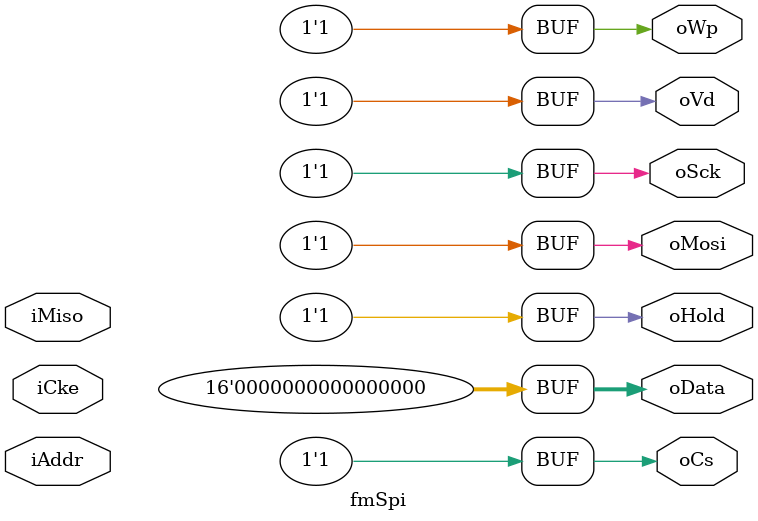
<source format=v>
module fmSpi #(
    parameter       pClkDiv = 400     // 分周数
)(
    output          oCs,
    output          oSck,
    output          oMosi,
    input           iMiso,
    output          oWp,
    output          oHold,
    output [15:0]   oData,
    input  [23:0]   iAddr,
    input           iCke,
    output          oVd
);

assign oCs      = 1'b1;
assign oSck     = 1'b1;
assign oMosi    = 1'b1;
// assign iMiso
assign oWp      = 1'b1;
assign oHold    = 1'b1;
assign oData    = 16'd0;
// assign iAddr
// assign iCke
assign oVd      = 1'b1;


endmodule
</source>
